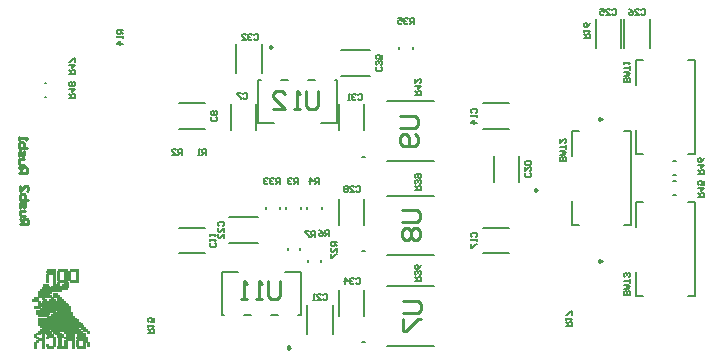
<source format=gbo>
G04*
G04 #@! TF.GenerationSoftware,Altium Limited,Altium Designer,22.2.1 (43)*
G04*
G04 Layer_Color=32896*
%FSLAX25Y25*%
%MOIN*%
G70*
G04*
G04 #@! TF.SameCoordinates,0E938A99-CEBE-4E5B-98FA-E82972142B6D*
G04*
G04*
G04 #@! TF.FilePolarity,Positive*
G04*
G01*
G75*
%ADD10C,0.00984*%
%ADD12C,0.00787*%
%ADD14C,0.00500*%
%ADD15C,0.01000*%
%ADD114C,0.00100*%
D10*
X98032Y102756D02*
X97293Y103182D01*
Y102330D01*
X98032Y102756D01*
X186516Y55118D02*
X185778Y55544D01*
Y54692D01*
X186516Y55118D01*
X104134Y2559D02*
X103396Y2985D01*
Y2133D01*
X104134Y2559D01*
X207972Y31496D02*
X207234Y31922D01*
Y31070D01*
X207972Y31496D01*
Y78740D02*
X207234Y79166D01*
Y78314D01*
X207972Y78740D01*
D12*
X128937Y66142D02*
X128150D01*
X128937D01*
Y34646D02*
X128150D01*
X128937D01*
Y4390D02*
X128150D01*
X128937D01*
X22441Y86221D02*
X22835D01*
X22441Y90945D02*
X22835D01*
X171949Y57874D02*
Y66535D01*
X180444Y57895D02*
Y66556D01*
X95965Y48819D02*
Y49606D01*
X100886Y48819D02*
Y49606D01*
X114665Y48819D02*
Y49606D01*
X109744Y48819D02*
Y49606D01*
X140256Y101969D02*
Y102756D01*
X145177Y101969D02*
Y102756D01*
X121145Y93110D02*
X130823D01*
X121145Y101772D02*
X130823D01*
X94882Y94177D02*
Y103855D01*
X86221Y94177D02*
Y103855D01*
X93504Y91929D02*
X94291D01*
X100984D02*
X103347D01*
X110039D02*
X112402D01*
X119095D02*
X119882D01*
Y77362D02*
Y91929D01*
X93504Y77362D02*
X98819D01*
X114567D02*
X119882D01*
X93504D02*
Y91929D01*
X120374Y75000D02*
Y83661D01*
X128839Y75000D02*
Y83661D01*
X120374Y13189D02*
Y21850D01*
X128839Y13189D02*
Y21850D01*
X110138Y31102D02*
Y31890D01*
X114272Y31102D02*
Y31890D01*
X103248Y35039D02*
Y35827D01*
X107382Y35039D02*
Y35827D01*
X231890Y57972D02*
X232677D01*
X231890Y53445D02*
X232677D01*
X231890Y60138D02*
X232677D01*
X231890Y64665D02*
X232677D01*
X215354Y43406D02*
X217717D01*
X215354Y74705D02*
X217717D01*
X198031D02*
X200394D01*
X198031Y66535D02*
Y74705D01*
Y43504D02*
Y51575D01*
Y43406D02*
X200394D01*
X217717D02*
Y74705D01*
X120374Y43504D02*
Y52165D01*
X128839Y43504D02*
Y52165D01*
X83744Y46260D02*
X93422D01*
X83744Y37598D02*
X93422D01*
X109843Y7272D02*
Y16950D01*
X118504Y7272D02*
Y16950D01*
X102854Y48819D02*
Y49606D01*
X107776Y48819D02*
Y49606D01*
X206004Y102535D02*
Y112032D01*
X214469Y102535D02*
Y112032D01*
X215453Y102535D02*
Y112032D01*
X223917Y102535D02*
Y112032D01*
X168307Y42618D02*
X176969D01*
X168307Y34154D02*
X176969D01*
X67224Y42618D02*
X75886D01*
X67224Y34154D02*
X75886D01*
X168307Y83957D02*
X176969D01*
X168307Y75492D02*
X176969D01*
X106890Y13386D02*
X107677D01*
X97835D02*
X100197D01*
X88779D02*
X91142D01*
X81299D02*
X82087D01*
X81299D02*
Y27953D01*
X102362D02*
X107677D01*
X81299D02*
X86614D01*
X107677Y13386D02*
Y27953D01*
X67224Y75492D02*
X75886D01*
X67224Y83957D02*
X75886D01*
X239173Y19783D02*
Y51083D01*
X219488Y19783D02*
X221850D01*
X219488Y19882D02*
Y27953D01*
Y42913D02*
Y51083D01*
X221850D01*
X236811D02*
X239173D01*
X236811Y19783D02*
X239173D01*
Y67028D02*
Y98327D01*
X219488Y67028D02*
X221850D01*
X219488Y67126D02*
Y75197D01*
Y90158D02*
Y98327D01*
X221850D01*
X236811D02*
X239173D01*
X236811Y67028D02*
X239173D01*
X92845Y75021D02*
Y83682D01*
X84350Y75000D02*
Y83661D01*
D14*
X136535Y64882D02*
X152047D01*
X136535Y84724D02*
X152047D01*
X136535Y53228D02*
X152047D01*
X136535Y33386D02*
X152047D01*
X136535Y22972D02*
X152047D01*
X136535Y3130D02*
X152047D01*
X92081Y106769D02*
X92414Y107102D01*
X93081D01*
X93414Y106769D01*
Y105436D01*
X93081Y105103D01*
X92414D01*
X92081Y105436D01*
X91414Y106769D02*
X91081Y107102D01*
X90415D01*
X90082Y106769D01*
Y106436D01*
X90415Y106102D01*
X90748D01*
X90415D01*
X90082Y105769D01*
Y105436D01*
X90415Y105103D01*
X91081D01*
X91414Y105436D01*
X88082Y105103D02*
X89415D01*
X88082Y106436D01*
Y106769D01*
X88415Y107102D01*
X89082D01*
X89415Y106769D01*
X30496Y93791D02*
X32496D01*
Y94791D01*
X32162Y95124D01*
X31496D01*
X31163Y94791D01*
Y93791D01*
Y94457D02*
X30496Y95124D01*
Y96790D02*
X32496D01*
X31496Y95790D01*
Y97123D01*
X32496Y97790D02*
Y99123D01*
X32162D01*
X30830Y97790D01*
X30496D01*
X30496Y85917D02*
X32496D01*
Y86917D01*
X32162Y87250D01*
X31496D01*
X31163Y86917D01*
Y85917D01*
Y86583D02*
X30496Y87250D01*
Y88916D02*
X32496D01*
X31496Y87916D01*
Y89249D01*
X32162Y89916D02*
X32496Y90249D01*
Y90915D01*
X32162Y91249D01*
X31829D01*
X31496Y90915D01*
X31163Y91249D01*
X30830D01*
X30496Y90915D01*
Y90249D01*
X30830Y89916D01*
X31163D01*
X31496Y90249D01*
X31829Y89916D01*
X32162D01*
X31496Y90249D02*
Y90915D01*
X119897Y37705D02*
X117898D01*
Y36705D01*
X118231Y36372D01*
X118898D01*
X119231Y36705D01*
Y37705D01*
Y37039D02*
X119897Y36372D01*
Y34373D02*
Y35706D01*
X118564Y34373D01*
X118231D01*
X117898Y34706D01*
Y35373D01*
X118231Y35706D01*
X117898Y33707D02*
Y32374D01*
X118231D01*
X119564Y33707D01*
X119897D01*
X183934Y60872D02*
X184267Y60539D01*
Y59872D01*
X183934Y59539D01*
X182601D01*
X182268Y59872D01*
Y60539D01*
X182601Y60872D01*
X182268Y62871D02*
Y61538D01*
X183601Y62871D01*
X183934D01*
X184267Y62538D01*
Y61871D01*
X183934Y61538D01*
Y63538D02*
X184267Y63871D01*
Y64537D01*
X183934Y64871D01*
X182601D01*
X182268Y64537D01*
Y63871D01*
X182601Y63538D01*
X183934D01*
X100894Y57071D02*
Y59071D01*
X99894D01*
X99561Y58737D01*
Y58071D01*
X99894Y57738D01*
X100894D01*
X100228D02*
X99561Y57071D01*
X98895Y58737D02*
X98562Y59071D01*
X97895D01*
X97562Y58737D01*
Y58404D01*
X97895Y58071D01*
X98228D01*
X97895D01*
X97562Y57738D01*
Y57404D01*
X97895Y57071D01*
X98562D01*
X98895Y57404D01*
X96895Y58737D02*
X96562Y59071D01*
X95896D01*
X95562Y58737D01*
Y58404D01*
X95896Y58071D01*
X96229D01*
X95896D01*
X95562Y57738D01*
Y57404D01*
X95896Y57071D01*
X96562D01*
X96895Y57404D01*
X113871Y57071D02*
Y59071D01*
X112871D01*
X112538Y58737D01*
Y58071D01*
X112871Y57738D01*
X113871D01*
X113204D02*
X112538Y57071D01*
X110872D02*
Y59071D01*
X111872Y58071D01*
X110539D01*
X145382Y110418D02*
Y112417D01*
X144383D01*
X144049Y112084D01*
Y111417D01*
X144383Y111084D01*
X145382D01*
X144716D02*
X144049Y110418D01*
X143383Y112084D02*
X143050Y112417D01*
X142383D01*
X142050Y112084D01*
Y111750D01*
X142383Y111417D01*
X142717D01*
X142383D01*
X142050Y111084D01*
Y110751D01*
X142383Y110418D01*
X143050D01*
X143383Y110751D01*
X140051Y112417D02*
X141384D01*
Y111417D01*
X140717Y111750D01*
X140384D01*
X140051Y111417D01*
Y110751D01*
X140384Y110418D01*
X141050D01*
X141384Y110751D01*
X134525Y96108D02*
X134858Y95775D01*
Y95108D01*
X134525Y94775D01*
X133192D01*
X132859Y95108D01*
Y95775D01*
X133192Y96108D01*
X134525Y96775D02*
X134858Y97108D01*
Y97774D01*
X134525Y98107D01*
X134192D01*
X133858Y97774D01*
Y97441D01*
Y97774D01*
X133525Y98107D01*
X133192D01*
X132859Y97774D01*
Y97108D01*
X133192Y96775D01*
X134858Y100107D02*
Y98774D01*
X133858D01*
X134192Y99440D01*
Y99774D01*
X133858Y100107D01*
X133192D01*
X132859Y99774D01*
Y99107D01*
X133192Y98774D01*
X126787Y86887D02*
X127120Y87220D01*
X127787D01*
X128120Y86887D01*
Y85554D01*
X127787Y85221D01*
X127120D01*
X126787Y85554D01*
X126121Y86887D02*
X125787Y87220D01*
X125121D01*
X124788Y86887D01*
Y86554D01*
X125121Y86221D01*
X125454D01*
X125121D01*
X124788Y85887D01*
Y85554D01*
X125121Y85221D01*
X125787D01*
X126121Y85554D01*
X124121Y85221D02*
X123455D01*
X123788D01*
Y87220D01*
X124121Y86887D01*
X125939Y25470D02*
X126272Y25803D01*
X126939D01*
X127272Y25470D01*
Y24137D01*
X126939Y23803D01*
X126272D01*
X125939Y24137D01*
X125273Y25470D02*
X124940Y25803D01*
X124273D01*
X123940Y25470D01*
Y25136D01*
X124273Y24803D01*
X124606D01*
X124273D01*
X123940Y24470D01*
Y24137D01*
X124273Y23803D01*
X124940D01*
X125273Y24137D01*
X122274Y23803D02*
Y25803D01*
X123273Y24803D01*
X121941D01*
X145654Y86704D02*
X147653D01*
Y87704D01*
X147320Y88037D01*
X146653D01*
X146320Y87704D01*
Y86704D01*
Y87371D02*
X145654Y88037D01*
Y89703D02*
X147653D01*
X146653Y88704D01*
Y90036D01*
X145654Y92036D02*
Y90703D01*
X146987Y92036D01*
X147320D01*
X147653Y91703D01*
Y91036D01*
X147320Y90703D01*
X145851Y55208D02*
X147850D01*
Y56208D01*
X147517Y56541D01*
X146850D01*
X146517Y56208D01*
Y55208D01*
Y55875D02*
X145851Y56541D01*
X147517Y57208D02*
X147850Y57541D01*
Y58207D01*
X147517Y58540D01*
X147184D01*
X146850Y58207D01*
Y57874D01*
Y58207D01*
X146517Y58540D01*
X146184D01*
X145851Y58207D01*
Y57541D01*
X146184Y57208D01*
Y59207D02*
X145851Y59540D01*
Y60207D01*
X146184Y60540D01*
X147517D01*
X147850Y60207D01*
Y59540D01*
X147517Y59207D01*
X147184D01*
X146850Y59540D01*
Y60540D01*
X116922Y39650D02*
Y41649D01*
X115922D01*
X115589Y41316D01*
Y40650D01*
X115922Y40316D01*
X116922D01*
X116256D02*
X115589Y39650D01*
X113590Y41649D02*
X114256Y41316D01*
X114923Y40650D01*
Y39983D01*
X114590Y39650D01*
X113923D01*
X113590Y39983D01*
Y40316D01*
X113923Y40650D01*
X114923D01*
X112296Y39551D02*
Y41551D01*
X111296D01*
X110963Y41218D01*
Y40551D01*
X111296Y40218D01*
X112296D01*
X111630D02*
X110963Y39551D01*
X110297Y41551D02*
X108964D01*
Y41218D01*
X110297Y39885D01*
Y39551D01*
X240142Y52846D02*
X242141D01*
Y53846D01*
X241808Y54179D01*
X241142D01*
X240809Y53846D01*
Y52846D01*
Y53513D02*
X240142Y54179D01*
Y55845D02*
X242141D01*
X241142Y54845D01*
Y56178D01*
X242141Y58178D02*
Y56845D01*
X241142D01*
X241475Y57511D01*
Y57844D01*
X241142Y58178D01*
X240475D01*
X240142Y57844D01*
Y57178D01*
X240475Y56845D01*
X240142Y60326D02*
X242141D01*
Y61326D01*
X241808Y61659D01*
X241142D01*
X240809Y61326D01*
Y60326D01*
Y60993D02*
X240142Y61659D01*
Y63325D02*
X242141D01*
X241142Y62326D01*
Y63659D01*
X242141Y65658D02*
X241808Y64991D01*
X241142Y64325D01*
X240475D01*
X240142Y64658D01*
Y65325D01*
X240475Y65658D01*
X240809D01*
X241142Y65325D01*
Y64325D01*
X145851Y24893D02*
X147850D01*
Y25893D01*
X147517Y26226D01*
X146850D01*
X146517Y25893D01*
Y24893D01*
Y25560D02*
X145851Y26226D01*
X147517Y26893D02*
X147850Y27226D01*
Y27892D01*
X147517Y28225D01*
X147184D01*
X146850Y27892D01*
Y27559D01*
Y27892D01*
X146517Y28225D01*
X146184D01*
X145851Y27892D01*
Y27226D01*
X146184Y26893D01*
X147850Y30225D02*
X147517Y29558D01*
X146850Y28892D01*
X146184D01*
X145851Y29225D01*
Y29892D01*
X146184Y30225D01*
X146517D01*
X146850Y29892D01*
Y28892D01*
X126136Y55981D02*
X126469Y56315D01*
X127136D01*
X127469Y55981D01*
Y54649D01*
X127136Y54315D01*
X126469D01*
X126136Y54649D01*
X124137Y54315D02*
X125470D01*
X124137Y55648D01*
Y55981D01*
X124470Y56315D01*
X125136D01*
X125470Y55981D01*
X123470D02*
X123137Y56315D01*
X122471D01*
X122137Y55981D01*
Y55648D01*
X122471Y55315D01*
X122137Y54982D01*
Y54649D01*
X122471Y54315D01*
X123137D01*
X123470Y54649D01*
Y54982D01*
X123137Y55315D01*
X123470Y55648D01*
Y55981D01*
X123137Y55315D02*
X122471D01*
X217338Y20153D02*
X215339D01*
Y21153D01*
X215672Y21486D01*
X216005D01*
X216339Y21153D01*
Y20153D01*
Y21153D01*
X216672Y21486D01*
X217005D01*
X217338Y21153D01*
Y20153D01*
X215339Y22153D02*
X216672D01*
X217338Y22819D01*
X216672Y23486D01*
X215339D01*
X216339D01*
Y22153D01*
X217338Y24152D02*
Y25485D01*
Y24819D01*
X215339D01*
X217005Y26151D02*
X217338Y26485D01*
Y27151D01*
X217005Y27484D01*
X216672D01*
X216339Y27151D01*
Y26818D01*
Y27151D01*
X216005Y27484D01*
X215672D01*
X215339Y27151D01*
Y26485D01*
X215672Y26151D01*
X196078Y64642D02*
X194079D01*
Y65641D01*
X194412Y65974D01*
X194746D01*
X195079Y65641D01*
Y64642D01*
Y65641D01*
X195412Y65974D01*
X195745D01*
X196078Y65641D01*
Y64642D01*
X194079Y66641D02*
X195412D01*
X196078Y67307D01*
X195412Y67974D01*
X194079D01*
X195079D01*
Y66641D01*
X196078Y68640D02*
Y69973D01*
Y69307D01*
X194079D01*
Y71973D02*
Y70640D01*
X195412Y71973D01*
X195745D01*
X196078Y71639D01*
Y70973D01*
X195745Y70640D01*
X217338Y90959D02*
X215339D01*
Y91959D01*
X215672Y92292D01*
X216005D01*
X216339Y91959D01*
Y90959D01*
Y91959D01*
X216672Y92292D01*
X217005D01*
X217338Y91959D01*
Y90959D01*
X215339Y92958D02*
X216672D01*
X217338Y93625D01*
X216672Y94291D01*
X215339D01*
X216339D01*
Y92958D01*
X217338Y94958D02*
Y96291D01*
Y95624D01*
X215339D01*
Y96957D02*
Y97624D01*
Y97290D01*
X217338D01*
X217005Y96957D01*
X221215Y115036D02*
X221548Y115370D01*
X222215D01*
X222548Y115036D01*
Y113704D01*
X222215Y113370D01*
X221548D01*
X221215Y113704D01*
X219215Y113370D02*
X220548D01*
X219215Y114703D01*
Y115036D01*
X219549Y115370D01*
X220215D01*
X220548Y115036D01*
X217216Y115370D02*
X217882Y115036D01*
X218549Y114370D01*
Y113704D01*
X218216Y113370D01*
X217549D01*
X217216Y113704D01*
Y114037D01*
X217549Y114370D01*
X218549D01*
X211569Y115036D02*
X211902Y115370D01*
X212569D01*
X212902Y115036D01*
Y113704D01*
X212569Y113370D01*
X211902D01*
X211569Y113704D01*
X209570Y113370D02*
X210903D01*
X209570Y114703D01*
Y115036D01*
X209903Y115370D01*
X210569D01*
X210903Y115036D01*
X207570Y115370D02*
X208903D01*
Y114370D01*
X208237Y114703D01*
X207904D01*
X207570Y114370D01*
Y113704D01*
X207904Y113370D01*
X208570D01*
X208903Y113704D01*
X80436Y43262D02*
X80103Y43595D01*
Y44262D01*
X80436Y44595D01*
X81769D01*
X82102Y44262D01*
Y43595D01*
X81769Y43262D01*
X82102Y41263D02*
Y42596D01*
X80769Y41263D01*
X80436D01*
X80103Y41596D01*
Y42262D01*
X80436Y42596D01*
X82102Y39263D02*
Y40596D01*
X80769Y39263D01*
X80436D01*
X80103Y39597D01*
Y40263D01*
X80436Y40596D01*
X115173Y20258D02*
X115506Y20591D01*
X116173D01*
X116506Y20258D01*
Y18925D01*
X116173Y18592D01*
X115506D01*
X115173Y18925D01*
X113174Y18592D02*
X114506D01*
X113174Y19925D01*
Y20258D01*
X113507Y20591D01*
X114173D01*
X114506Y20258D01*
X112507Y18592D02*
X111841D01*
X112174D01*
Y20591D01*
X112507Y20258D01*
X196048Y9706D02*
X198047D01*
Y10705D01*
X197714Y11038D01*
X197047D01*
X196714Y10705D01*
Y9706D01*
Y10372D02*
X196048Y11038D01*
Y11705D02*
Y12371D01*
Y12038D01*
X198047D01*
X197714Y11705D01*
X198047Y13371D02*
Y14704D01*
X197714D01*
X196381Y13371D01*
X196048D01*
X201953Y105769D02*
X203952D01*
Y106768D01*
X203619Y107101D01*
X202953D01*
X202620Y106768D01*
Y105769D01*
Y106435D02*
X201953Y107101D01*
Y107768D02*
Y108434D01*
Y108101D01*
X203952D01*
X203619Y107768D01*
X203952Y110767D02*
X203619Y110100D01*
X202953Y109434D01*
X202286D01*
X201953Y109767D01*
Y110434D01*
X202286Y110767D01*
X202620D01*
X202953Y110434D01*
Y109434D01*
X56678Y7343D02*
X58677D01*
Y8343D01*
X58344Y8676D01*
X57677D01*
X57344Y8343D01*
Y7343D01*
Y8010D02*
X56678Y8676D01*
Y9343D02*
Y10009D01*
Y9676D01*
X58677D01*
X58344Y9343D01*
X58677Y12342D02*
Y11009D01*
X57677D01*
X58010Y11675D01*
Y12009D01*
X57677Y12342D01*
X57011D01*
X56678Y12009D01*
Y11342D01*
X57011Y11009D01*
X48441Y108602D02*
X46441D01*
Y107602D01*
X46775Y107269D01*
X47441D01*
X47774Y107602D01*
Y108602D01*
Y107935D02*
X48441Y107269D01*
Y106602D02*
Y105936D01*
Y106269D01*
X46441D01*
X46775Y106602D01*
X48441Y103936D02*
X46441D01*
X47441Y104936D01*
Y103603D01*
X164885Y39552D02*
X164551Y39885D01*
Y40552D01*
X164885Y40885D01*
X166218D01*
X166551Y40552D01*
Y39885D01*
X166218Y39552D01*
X166551Y38886D02*
Y38219D01*
Y38552D01*
X164551D01*
X164885Y38886D01*
X164551Y37220D02*
Y35887D01*
X164885D01*
X166218Y37220D01*
X166551D01*
X164885Y80891D02*
X164551Y81224D01*
Y81890D01*
X164885Y82224D01*
X166218D01*
X166551Y81890D01*
Y81224D01*
X166218Y80891D01*
X166551Y80224D02*
Y79558D01*
Y79891D01*
X164551D01*
X164885Y80224D01*
X166551Y77558D02*
X164551D01*
X165551Y78558D01*
Y77225D01*
X78914Y37553D02*
X79248Y37220D01*
Y36553D01*
X78914Y36220D01*
X77582D01*
X77248Y36553D01*
Y37220D01*
X77582Y37553D01*
X77248Y38219D02*
Y38886D01*
Y38552D01*
X79248D01*
X78914Y38219D01*
X77248Y39885D02*
Y40552D01*
Y40219D01*
X79248D01*
X78914Y39885D01*
X79505Y79312D02*
X79838Y78979D01*
Y78313D01*
X79505Y77980D01*
X78172D01*
X77839Y78313D01*
Y78979D01*
X78172Y79312D01*
X79505Y79979D02*
X79838Y80312D01*
Y80979D01*
X79505Y81312D01*
X79172D01*
X78839Y80979D01*
X78505Y81312D01*
X78172D01*
X77839Y80979D01*
Y80312D01*
X78172Y79979D01*
X78505D01*
X78839Y80312D01*
X79172Y79979D01*
X79505D01*
X78839Y80312D02*
Y80979D01*
X106784Y57071D02*
Y59071D01*
X105784D01*
X105451Y58737D01*
Y58071D01*
X105784Y57738D01*
X106784D01*
X106118D02*
X105451Y57071D01*
X104785Y58737D02*
X104452Y59071D01*
X103785D01*
X103452Y58737D01*
Y58404D01*
X103785Y58071D01*
X104118D01*
X103785D01*
X103452Y57738D01*
Y57404D01*
X103785Y57071D01*
X104452D01*
X104785Y57404D01*
X68202Y66717D02*
Y68716D01*
X67202D01*
X66869Y68383D01*
Y67716D01*
X67202Y67383D01*
X68202D01*
X67535D02*
X66869Y66717D01*
X64869D02*
X66202D01*
X64869Y68050D01*
Y68383D01*
X65202Y68716D01*
X65869D01*
X66202Y68383D01*
X76136Y66914D02*
Y68913D01*
X75136D01*
X74803Y68580D01*
Y67913D01*
X75136Y67580D01*
X76136D01*
X75470D02*
X74803Y66914D01*
X74137D02*
X73470D01*
X73804D01*
Y68913D01*
X74137Y68580D01*
X88522Y87281D02*
X88855Y87614D01*
X89522D01*
X89855Y87281D01*
Y85948D01*
X89522Y85615D01*
X88855D01*
X88522Y85948D01*
X87856Y87614D02*
X86523D01*
Y87281D01*
X87856Y85948D01*
Y85615D01*
D15*
X113403Y88038D02*
Y83040D01*
X112403Y82040D01*
X110404D01*
X109404Y83040D01*
Y88038D01*
X107405Y82040D02*
X105406D01*
X106405D01*
Y88038D01*
X107405Y87039D01*
X98408Y82040D02*
X102407D01*
X98408Y86039D01*
Y87039D01*
X99408Y88038D01*
X101407D01*
X102407Y87039D01*
X100789Y24849D02*
Y19851D01*
X99790Y18851D01*
X97790D01*
X96790Y19851D01*
Y24849D01*
X94791Y18851D02*
X92792D01*
X93792D01*
Y24849D01*
X94791Y23850D01*
X89793Y18851D02*
X87793D01*
X88793D01*
Y24849D01*
X89793Y23850D01*
X140899Y79801D02*
X145897D01*
X146897Y78802D01*
Y76802D01*
X145897Y75803D01*
X140899D01*
X145897Y73804D02*
X146897Y72804D01*
Y70804D01*
X145897Y69805D01*
X141898D01*
X140899Y70804D01*
Y72804D01*
X141898Y73804D01*
X142898D01*
X143898Y72804D01*
Y69805D01*
X141292Y48305D02*
X146291D01*
X147290Y47306D01*
Y45306D01*
X146291Y44307D01*
X141292D01*
X142292Y42307D02*
X141292Y41308D01*
Y39308D01*
X142292Y38309D01*
X143292D01*
X144291Y39308D01*
X145291Y38309D01*
X146291D01*
X147290Y39308D01*
Y41308D01*
X146291Y42307D01*
X145291D01*
X144291Y41308D01*
X143292Y42307D01*
X142292D01*
X144291Y41308D02*
Y39308D01*
X141824Y18109D02*
X146822D01*
X147822Y17109D01*
Y15110D01*
X146822Y14110D01*
X141824D01*
Y12111D02*
Y8112D01*
X142824D01*
X146822Y12111D01*
X147822D01*
X14036Y43670D02*
X16791D01*
Y45048D01*
X16332Y45507D01*
X15413D01*
X14954Y45048D01*
Y43670D01*
Y44588D02*
X14036Y45507D01*
X15873Y46425D02*
X14495D01*
X14036Y46884D01*
Y48262D01*
X15873D01*
X14036Y49180D02*
Y50558D01*
X14495Y51017D01*
X14954Y50558D01*
Y49639D01*
X15413Y49180D01*
X15873Y49639D01*
Y51017D01*
X16791Y51935D02*
X14036D01*
Y53313D01*
X14495Y53772D01*
X14954D01*
X15413D01*
X15873Y53313D01*
Y51935D01*
X14036Y56527D02*
Y54690D01*
X15873Y56527D01*
X16332D01*
X16791Y56068D01*
Y55149D01*
X16332Y54690D01*
X13642Y60861D02*
X16397D01*
Y62239D01*
X15938Y62698D01*
X15020D01*
X14560Y62239D01*
Y60861D01*
Y61780D02*
X13642Y62698D01*
X15479Y63617D02*
X14101D01*
X13642Y64076D01*
Y65453D01*
X15479D01*
X13642Y66372D02*
Y67749D01*
X14101Y68208D01*
X14560Y67749D01*
Y66831D01*
X15020Y66372D01*
X15479Y66831D01*
Y68208D01*
X16397Y69126D02*
X13642D01*
Y70504D01*
X14101Y70963D01*
X14560D01*
X15020D01*
X15479Y70504D01*
Y69126D01*
X13642Y71882D02*
Y72800D01*
Y72341D01*
X16397D01*
X15938Y71882D01*
D114*
X30691Y28886D02*
X33291D01*
X26891D02*
X29591D01*
X23190D02*
X25791D01*
X30691Y28786D02*
X33291D01*
X26891D02*
X29591D01*
X23190D02*
X25791D01*
X30691Y28686D02*
X33291D01*
X26891D02*
X29591D01*
X23190D02*
X25791D01*
X30691Y28586D02*
X33291D01*
X26891D02*
X29591D01*
X23190D02*
X25791D01*
X30691Y28486D02*
X33291D01*
X26891D02*
X29591D01*
X23190D02*
X25791D01*
X30691Y28386D02*
X33291D01*
X26891D02*
X29591D01*
X23190D02*
X25791D01*
X30091Y28286D02*
X33291D01*
X26291D02*
X29591D01*
X22591D02*
X25791D01*
X32591Y28186D02*
X33291D01*
X30091D02*
X30791D01*
X28791D02*
X29591D01*
X26291D02*
X27091D01*
X25091D02*
X25791D01*
X22591D02*
X23291D01*
X32591Y28086D02*
X33291D01*
X30091D02*
X30791D01*
X28791D02*
X29591D01*
X26291D02*
X27091D01*
X25091D02*
X25791D01*
X22591D02*
X23291D01*
X32591Y27986D02*
X33291D01*
X30091D02*
X30791D01*
X28791D02*
X29591D01*
X26291D02*
X27091D01*
X25091D02*
X25791D01*
X22591D02*
X23291D01*
X32591Y27886D02*
X33291D01*
X30091D02*
X30791D01*
X28791D02*
X29591D01*
X26291D02*
X27091D01*
X25091D02*
X25791D01*
X22591D02*
X23291D01*
X32591Y27786D02*
X33291D01*
X30091D02*
X30791D01*
X28791D02*
X29591D01*
X26291D02*
X27091D01*
X25091D02*
X25791D01*
X22591D02*
X23291D01*
X32591Y27686D02*
X33291D01*
X30091D02*
X30791D01*
X28791D02*
X29591D01*
X26291D02*
X27091D01*
X22591D02*
X25791D01*
X32591Y27586D02*
X33291D01*
X30091D02*
X30791D01*
X28791D02*
X29591D01*
X26291D02*
X27091D01*
X23190D02*
X25791D01*
X32591Y27486D02*
X33291D01*
X30091D02*
X30791D01*
X28791D02*
X29591D01*
X26291D02*
X27091D01*
X23190D02*
X25791D01*
X32591Y27386D02*
X33291D01*
X30091D02*
X30791D01*
X28791D02*
X29591D01*
X26291D02*
X27091D01*
X23190D02*
X25791D01*
X32591Y27286D02*
X33291D01*
X30091D02*
X30791D01*
X28791D02*
X29591D01*
X26291D02*
X27091D01*
X23190D02*
X25791D01*
X32591Y27186D02*
X33291D01*
X30091D02*
X30791D01*
X28791D02*
X29591D01*
X26291D02*
X27091D01*
X23190D02*
X25791D01*
X32591Y27086D02*
X33291D01*
X30091D02*
X30791D01*
X28791D02*
X29591D01*
X26291D02*
X27091D01*
X23190D02*
X25791D01*
X32591Y26986D02*
X33291D01*
X30091D02*
X30791D01*
X28791D02*
X29591D01*
X26291D02*
X27091D01*
X22591D02*
X25791D01*
X32591Y26886D02*
X33291D01*
X30091D02*
X30791D01*
X28791D02*
X29591D01*
X26291D02*
X27091D01*
X25091D02*
X25791D01*
X22591D02*
X23291D01*
X32591Y26786D02*
X33291D01*
X30091D02*
X30791D01*
X28791D02*
X29591D01*
X26291D02*
X27091D01*
X25091D02*
X25791D01*
X22591D02*
X23291D01*
X32591Y26686D02*
X33291D01*
X30091D02*
X30791D01*
X28791D02*
X29591D01*
X26291D02*
X27091D01*
X25091D02*
X25791D01*
X22591D02*
X23291D01*
X32591Y26586D02*
X33291D01*
X30091D02*
X30791D01*
X28791D02*
X29591D01*
X26291D02*
X27091D01*
X25091D02*
X25791D01*
X22591D02*
X23291D01*
X32591Y26486D02*
X33291D01*
X30091D02*
X30791D01*
X28791D02*
X29591D01*
X26291D02*
X27091D01*
X25091D02*
X25791D01*
X22591D02*
X23291D01*
X32591Y26386D02*
X33291D01*
X30091D02*
X30791D01*
X28791D02*
X29591D01*
X26291D02*
X27091D01*
X25091D02*
X25791D01*
X22591D02*
X23291D01*
X32591Y26286D02*
X33291D01*
X30091D02*
X30791D01*
X28791D02*
X29591D01*
X26291D02*
X27091D01*
X25091D02*
X25791D01*
X22591D02*
X23291D01*
X32591Y26186D02*
X33291D01*
X30091D02*
X30791D01*
X28791D02*
X29591D01*
X26291D02*
X27091D01*
X25091D02*
X25791D01*
X22591D02*
X23291D01*
X32591Y26086D02*
X33291D01*
X30091D02*
X30791D01*
X28791D02*
X29591D01*
X26291D02*
X27091D01*
X25091D02*
X25791D01*
X22591D02*
X23291D01*
X32591Y25986D02*
X33291D01*
X30091D02*
X30791D01*
X28791D02*
X29591D01*
X26291D02*
X27091D01*
X25091D02*
X25791D01*
X22591D02*
X23291D01*
X32591Y25886D02*
X33291D01*
X30091D02*
X30791D01*
X28791D02*
X29591D01*
X26291D02*
X27091D01*
X25091D02*
X25791D01*
X22591D02*
X23291D01*
X32591Y25786D02*
X33291D01*
X30091D02*
X30791D01*
X28791D02*
X29591D01*
X26291D02*
X27091D01*
X25091D02*
X25791D01*
X22591D02*
X23291D01*
X32591Y25686D02*
X33291D01*
X30091D02*
X30791D01*
X28791D02*
X29591D01*
X26291D02*
X27091D01*
X25091D02*
X25791D01*
X22591D02*
X23291D01*
X32591Y25586D02*
X33291D01*
X30091D02*
X30791D01*
X28791D02*
X29591D01*
X26291D02*
X27091D01*
X25091D02*
X25791D01*
X22591D02*
X23291D01*
X32591Y25486D02*
X33291D01*
X30091D02*
X30791D01*
X28791D02*
X29591D01*
X26291D02*
X27091D01*
X25091D02*
X25791D01*
X22591D02*
X23291D01*
X32591Y25386D02*
X33291D01*
X30091D02*
X30791D01*
X28791D02*
X29591D01*
X26291D02*
X27091D01*
X25091D02*
X25791D01*
X22591D02*
X23291D01*
X32591Y25286D02*
X33291D01*
X30091D02*
X30791D01*
X28791D02*
X29591D01*
X26291D02*
X27091D01*
X25091D02*
X25791D01*
X22591D02*
X23291D01*
X30091Y25186D02*
X33291D01*
X26291D02*
X29591D01*
X25091D02*
X25791D01*
X22591D02*
X23291D01*
X30691Y25086D02*
X33291D01*
X26891D02*
X29591D01*
X25091D02*
X25791D01*
X22591D02*
X23291D01*
X30691Y24986D02*
X33291D01*
X26891D02*
X29591D01*
X25091D02*
X25791D01*
X22591D02*
X23291D01*
X30691Y24886D02*
X33291D01*
X26891D02*
X29591D01*
X25091D02*
X25791D01*
X22591D02*
X23291D01*
X30691Y24786D02*
X33291D01*
X26891D02*
X29591D01*
X25091D02*
X25791D01*
X22591D02*
X23291D01*
X30691Y24686D02*
X33291D01*
X26891D02*
X29591D01*
X25091D02*
X25791D01*
X22591D02*
X23291D01*
X30691Y24586D02*
X33291D01*
X26891D02*
X29591D01*
X25091D02*
X25791D01*
X22591D02*
X23291D01*
X30691Y24486D02*
X33291D01*
X26291D02*
X30191D01*
X25091D02*
X25791D01*
X22591D02*
X23291D01*
X28791Y24386D02*
X30191D01*
X26291D02*
X27091D01*
X25091D02*
X25791D01*
X28791Y24286D02*
X30191D01*
X26291D02*
X27091D01*
X25091D02*
X25791D01*
X28791Y24186D02*
X30191D01*
X26291D02*
X27091D01*
X25091D02*
X25791D01*
X28791Y24086D02*
X30191D01*
X26291D02*
X27091D01*
X25091D02*
X25791D01*
X28791Y23986D02*
X30191D01*
X26291D02*
X27091D01*
X25091D02*
X25791D01*
X28191Y23886D02*
X30191D01*
X25091D02*
X27091D01*
X21891D02*
X23291D01*
X28191Y23786D02*
X30191D01*
X25091D02*
X27091D01*
X21891D02*
X23291D01*
X28191Y23686D02*
X30191D01*
X25091D02*
X27091D01*
X21891D02*
X23291D01*
X28191Y23586D02*
X30191D01*
X25091D02*
X27091D01*
X21891D02*
X23291D01*
X28191Y23486D02*
X30191D01*
X25091D02*
X27091D01*
X21891D02*
X23291D01*
X28191Y23386D02*
X30191D01*
X25091D02*
X27091D01*
X21891D02*
X23291D01*
X24390Y23286D02*
X30191D01*
X21891D02*
X23890D01*
X24390Y23186D02*
X30191D01*
X21891D02*
X23890D01*
X24390Y23086D02*
X30191D01*
X21891D02*
X23890D01*
X24390Y22986D02*
X30191D01*
X21891D02*
X23890D01*
X24390Y22886D02*
X30191D01*
X21891D02*
X23890D01*
X24390Y22786D02*
X30191D01*
X21891D02*
X23890D01*
X21291Y22686D02*
X30191D01*
X21291Y22586D02*
X29591D01*
X21291Y22486D02*
X29591D01*
X21291Y22386D02*
X29591D01*
X21291Y22286D02*
X29591D01*
X21291Y22186D02*
X29591D01*
X21291Y22086D02*
X29591D01*
X20691Y21986D02*
X29591D01*
X20691Y21886D02*
X27691D01*
X20691Y21786D02*
X27691D01*
X20691Y21686D02*
X27691D01*
X20691Y21586D02*
X27691D01*
X20691Y21486D02*
X27691D01*
X20090Y21386D02*
X27691D01*
X20090Y21286D02*
X24490D01*
X20090Y21186D02*
X24490D01*
X20090Y21086D02*
X24490D01*
X20090Y20986D02*
X24490D01*
X20090Y20886D02*
X24490D01*
X25091Y20786D02*
X26391D01*
X20090D02*
X24490D01*
X25091Y20686D02*
X26391D01*
X20090D02*
X24490D01*
X25091Y20586D02*
X26491D01*
X20090D02*
X23890D01*
X25091Y20486D02*
X26491D01*
X20090D02*
X23890D01*
X25091Y20386D02*
X26491D01*
X20090D02*
X23890D01*
X25091Y20286D02*
X26491D01*
X20090D02*
X23890D01*
X25091Y20186D02*
X26491D01*
X20090D02*
X23890D01*
X25091Y20086D02*
X27091D01*
X20090D02*
X24490D01*
X25091Y19986D02*
X27091D01*
X20090D02*
X24490D01*
X25091Y19886D02*
X27091D01*
X20090D02*
X24490D01*
X25091Y19786D02*
X27091D01*
X20090D02*
X24490D01*
X25091Y19686D02*
X27091D01*
X20090D02*
X24490D01*
X25091Y19586D02*
X27091D01*
X20090D02*
X24490D01*
X18790Y19486D02*
X27691D01*
X26291Y19386D02*
X27691D01*
X24390D02*
X25190D01*
X21291D02*
X21991D01*
X18790D02*
X20190D01*
X26291Y19286D02*
X27691D01*
X24390D02*
X25190D01*
X21291D02*
X21991D01*
X18790D02*
X20190D01*
X26291Y19186D02*
X27691D01*
X24390D02*
X25190D01*
X21291D02*
X21991D01*
X18790D02*
X20190D01*
X26291Y19086D02*
X27691D01*
X24390D02*
X25190D01*
X21291D02*
X21991D01*
X18790D02*
X20190D01*
X26291Y18986D02*
X27691D01*
X24390D02*
X25190D01*
X21291D02*
X21991D01*
X18790D02*
X20190D01*
X26291Y18886D02*
X28291D01*
X23790D02*
X25791D01*
X21291D02*
X22691D01*
X18191D02*
X20190D01*
X26291Y18786D02*
X28291D01*
X23790D02*
X25791D01*
X21891D02*
X22691D01*
X18191D02*
X20190D01*
X26291Y18686D02*
X28291D01*
X23790D02*
X25791D01*
X21891D02*
X22691D01*
X18191D02*
X20190D01*
X26291Y18586D02*
X28291D01*
X23790D02*
X25791D01*
X21891D02*
X22691D01*
X18191D02*
X20190D01*
X26291Y18486D02*
X28291D01*
X23790D02*
X25791D01*
X21891D02*
X22691D01*
X18191D02*
X20190D01*
X26291Y18386D02*
X28291D01*
X23790D02*
X25791D01*
X21891D02*
X22691D01*
X18191D02*
X20190D01*
X21291Y18286D02*
X28891D01*
X18191D02*
X20790D01*
X21291Y18186D02*
X28991D01*
X18191D02*
X20790D01*
X26891Y18086D02*
X28991D01*
X21291D02*
X26491D01*
X20090D02*
X20790D01*
X26891Y17986D02*
X28991D01*
X21291D02*
X26491D01*
X20090D02*
X20790D01*
X26891Y17886D02*
X28991D01*
X21291D02*
X26491D01*
X20090D02*
X20790D01*
X26891Y17786D02*
X28991D01*
X21291D02*
X26491D01*
X20090D02*
X20790D01*
X26891Y17686D02*
X28991D01*
X21291D02*
X26491D01*
X20090D02*
X20790D01*
X20090Y17586D02*
X29591D01*
X21891Y17486D02*
X29591D01*
X20691D02*
X21391D01*
X21891Y17386D02*
X29591D01*
X20691D02*
X21391D01*
X21891Y17286D02*
X29591D01*
X20691D02*
X21391D01*
X21891Y17186D02*
X29591D01*
X20691D02*
X21391D01*
X21891Y17086D02*
X29591D01*
X20691D02*
X21391D01*
X21891Y16986D02*
X30191D01*
X20090D02*
X21391D01*
X21891Y16886D02*
X30191D01*
X20090D02*
X21391D01*
X21891Y16786D02*
X30191D01*
X20090D02*
X21391D01*
X21891Y16686D02*
X30191D01*
X20090D02*
X21391D01*
X21891Y16586D02*
X30191D01*
X20090D02*
X21391D01*
X21891Y16486D02*
X30191D01*
X20090D02*
X21391D01*
X18790Y16386D02*
X30791D01*
X21291Y16286D02*
X30791D01*
X18790D02*
X20790D01*
X21291Y16186D02*
X30791D01*
X18790D02*
X20790D01*
X21291Y16086D02*
X30791D01*
X18790D02*
X20790D01*
X21291Y15986D02*
X30791D01*
X18790D02*
X20790D01*
X21291Y15886D02*
X30791D01*
X18790D02*
X20790D01*
X18790Y15786D02*
X30791D01*
X18790Y15686D02*
X30791D01*
X26891Y15586D02*
X30791D01*
X20691D02*
X26491D01*
X26891Y15486D02*
X30791D01*
X20691D02*
X26491D01*
X26891Y15386D02*
X30791D01*
X20691D02*
X26491D01*
X26891Y15286D02*
X30791D01*
X20691D02*
X26491D01*
X26891Y15186D02*
X30791D01*
X20691D02*
X26491D01*
X19390Y15086D02*
X30791D01*
X26291Y14986D02*
X30791D01*
X19390D02*
X25791D01*
X26291Y14886D02*
X30791D01*
X19390D02*
X25791D01*
X26291Y14786D02*
X30791D01*
X19390D02*
X25791D01*
X26291Y14686D02*
X30791D01*
X19390D02*
X25791D01*
X26291Y14586D02*
X30791D01*
X19390D02*
X25791D01*
X19390Y14486D02*
X31491D01*
X25091Y14386D02*
X31491D01*
X19390D02*
X23890D01*
X25091Y14286D02*
X31491D01*
X19390D02*
X23890D01*
X25091Y14186D02*
X31491D01*
X19390D02*
X23890D01*
X25091Y14086D02*
X31491D01*
X19390D02*
X23890D01*
X25091Y13986D02*
X31491D01*
X19390D02*
X23890D01*
X24390Y13886D02*
X31491D01*
X19390D02*
X23890D01*
X24390Y13786D02*
X31491D01*
X20090D02*
X23291D01*
X24390Y13686D02*
X31491D01*
X20090D02*
X23291D01*
X24390Y13586D02*
X31491D01*
X20090D02*
X23291D01*
X24390Y13486D02*
X31491D01*
X20090D02*
X23291D01*
X24390Y13386D02*
X31491D01*
X20090D02*
X23291D01*
X24390Y13286D02*
X31491D01*
X20090D02*
X23291D01*
X20090Y13186D02*
X32091D01*
X23190Y13086D02*
X32091D01*
X23190Y12986D02*
X32091D01*
X23190Y12886D02*
X32091D01*
X23190Y12786D02*
X32091D01*
X23190Y12686D02*
X32091D01*
X20090Y12586D02*
X32691D01*
X20090Y12486D02*
X32691D01*
X20090Y12386D02*
X32691D01*
X20090Y12286D02*
X32691D01*
X20090Y12186D02*
X32691D01*
X20090Y12086D02*
X32691D01*
X20090Y11986D02*
X33291D01*
X20090Y11886D02*
X33291D01*
X20090Y11786D02*
X33291D01*
X20090Y11686D02*
X33291D01*
X20090Y11586D02*
X33291D01*
X20090Y11486D02*
X33291D01*
X20090Y11386D02*
X33291D01*
X20090Y11286D02*
X33991D01*
X20090Y11186D02*
X33991D01*
X20090Y11086D02*
X33991D01*
X20090Y10986D02*
X33991D01*
X20090Y10886D02*
X33991D01*
X20090Y10786D02*
X33991D01*
X20090Y10686D02*
X34591D01*
X20090Y10586D02*
X34591D01*
X20090Y10486D02*
X34591D01*
X20090Y10386D02*
X34591D01*
X20090Y10286D02*
X34591D01*
X20090Y10186D02*
X34591D01*
X20090Y10086D02*
X35191D01*
X20691Y9986D02*
X35191D01*
X20691Y9886D02*
X35191D01*
X20691Y9786D02*
X35191D01*
X20691Y9686D02*
X35191D01*
X20691Y9586D02*
X35191D01*
X20691Y9486D02*
X35791D01*
X34491Y9386D02*
X35791D01*
X23790D02*
X33291D01*
X21291D02*
X23291D01*
X34491Y9286D02*
X35791D01*
X23790D02*
X33291D01*
X21291D02*
X23291D01*
X34491Y9186D02*
X35791D01*
X23790D02*
X33291D01*
X21291D02*
X23291D01*
X34491Y9086D02*
X35791D01*
X23790D02*
X33291D01*
X21291D02*
X23291D01*
X34491Y8986D02*
X35791D01*
X23790D02*
X33291D01*
X21291D02*
X23291D01*
X34491Y8886D02*
X35791D01*
X23790D02*
X33291D01*
X21291D02*
X23291D01*
X34491Y8786D02*
X36491D01*
X20691D02*
X33991D01*
X35091Y8686D02*
X36491D01*
X28191D02*
X33991D01*
X24390D02*
X27691D01*
X20691D02*
X23890D01*
X35091Y8586D02*
X36491D01*
X28191D02*
X33991D01*
X24390D02*
X27691D01*
X20691D02*
X23890D01*
X35091Y8486D02*
X36491D01*
X28191D02*
X33991D01*
X24390D02*
X27691D01*
X20691D02*
X23890D01*
X35091Y8386D02*
X36491D01*
X28191D02*
X33991D01*
X24390D02*
X27691D01*
X20691D02*
X23890D01*
X35091Y8286D02*
X36491D01*
X28191D02*
X33991D01*
X24390D02*
X27691D01*
X20691D02*
X23890D01*
X35091Y8186D02*
X37091D01*
X28191D02*
X34591D01*
X20090D02*
X27691D01*
X36391Y8086D02*
X37091D01*
X28791D02*
X34591D01*
X25091D02*
X27091D01*
X23190D02*
X24490D01*
X20090D02*
X22691D01*
X36391Y7986D02*
X37091D01*
X28791D02*
X34591D01*
X25091D02*
X27091D01*
X23190D02*
X24490D01*
X20090D02*
X22691D01*
X36391Y7886D02*
X37091D01*
X28791D02*
X34591D01*
X25091D02*
X27091D01*
X23190D02*
X24490D01*
X20090D02*
X22691D01*
X36391Y7786D02*
X37091D01*
X28791D02*
X34591D01*
X25091D02*
X27091D01*
X23190D02*
X24490D01*
X20090D02*
X22691D01*
X36391Y7686D02*
X37091D01*
X28791D02*
X34591D01*
X25091D02*
X27091D01*
X23190D02*
X24490D01*
X20090D02*
X22691D01*
X36391Y7586D02*
X37091D01*
X28791D02*
X35791D01*
X25091D02*
X27691D01*
X19390D02*
X24490D01*
X33191Y7486D02*
X35791D01*
X29391D02*
X30191D01*
X25691D02*
X27691D01*
X23790D02*
X24490D01*
X22591D02*
X23291D01*
X19390D02*
X20790D01*
X33191Y7386D02*
X35791D01*
X29391D02*
X30191D01*
X25691D02*
X27691D01*
X23790D02*
X24490D01*
X22591D02*
X23291D01*
X19390D02*
X20790D01*
X33191Y7286D02*
X35791D01*
X29391D02*
X30191D01*
X25691D02*
X27691D01*
X23790D02*
X24490D01*
X22591D02*
X23291D01*
X19390D02*
X20790D01*
X33191Y7186D02*
X35791D01*
X29391D02*
X30191D01*
X25691D02*
X27691D01*
X23790D02*
X24490D01*
X22591D02*
X23291D01*
X19390D02*
X20790D01*
X33191Y7086D02*
X35791D01*
X29391D02*
X30191D01*
X25691D02*
X27691D01*
X23790D02*
X24490D01*
X22591D02*
X23291D01*
X19390D02*
X20790D01*
X33191Y6986D02*
X35791D01*
X29391D02*
X32091D01*
X25691D02*
X28291D01*
X22591D02*
X25190D01*
X21291D02*
X21991D01*
X18790D02*
X20790D01*
X33191Y6886D02*
X35791D01*
X29391D02*
X32091D01*
X26291D02*
X28291D01*
X23190D02*
X25190D01*
X21291D02*
X21991D01*
X18790D02*
X19490D01*
X33191Y6786D02*
X35791D01*
X29391D02*
X32091D01*
X26291D02*
X28291D01*
X23190D02*
X25190D01*
X21291D02*
X21991D01*
X18790D02*
X19490D01*
X33191Y6686D02*
X35791D01*
X29391D02*
X32091D01*
X26291D02*
X28291D01*
X23190D02*
X25190D01*
X21291D02*
X21991D01*
X18790D02*
X19490D01*
X33191Y6586D02*
X35791D01*
X29391D02*
X32091D01*
X26291D02*
X28291D01*
X23190D02*
X25190D01*
X21291D02*
X21991D01*
X18790D02*
X19490D01*
X33191Y6486D02*
X35791D01*
X29391D02*
X32091D01*
X26291D02*
X28291D01*
X23190D02*
X25190D01*
X21291D02*
X21991D01*
X18790D02*
X19490D01*
X33191Y6386D02*
X35791D01*
X29491D02*
X32091D01*
X26291D02*
X28291D01*
X23190D02*
X25190D01*
X21291D02*
X21991D01*
X18790D02*
X19490D01*
X32591Y6286D02*
X36491D01*
X28791D02*
X32091D01*
X26291D02*
X28291D01*
X22591D02*
X25791D01*
X21291D02*
X21991D01*
X18790D02*
X20190D01*
X35091Y6186D02*
X36491D01*
X32591D02*
X33291D01*
X31291D02*
X32091D01*
X28791D02*
X29591D01*
X26891D02*
X27691D01*
X25091D02*
X25791D01*
X22591D02*
X23291D01*
X21291D02*
X21991D01*
X19390D02*
X20190D01*
X35091Y6086D02*
X36491D01*
X32591D02*
X33291D01*
X31291D02*
X32091D01*
X28791D02*
X29591D01*
X26891D02*
X27691D01*
X25091D02*
X25791D01*
X22591D02*
X23291D01*
X21291D02*
X21991D01*
X19390D02*
X20190D01*
X35091Y5986D02*
X36491D01*
X32591D02*
X33291D01*
X31291D02*
X32091D01*
X28791D02*
X29591D01*
X26891D02*
X27691D01*
X25091D02*
X25791D01*
X22591D02*
X23291D01*
X21291D02*
X21991D01*
X19390D02*
X20190D01*
X35091Y5886D02*
X36491D01*
X32591D02*
X33291D01*
X31291D02*
X32091D01*
X28791D02*
X29591D01*
X26891D02*
X27691D01*
X25091D02*
X25791D01*
X22591D02*
X23291D01*
X21291D02*
X21991D01*
X19390D02*
X20190D01*
X35091Y5786D02*
X36491D01*
X32591D02*
X33291D01*
X31291D02*
X32091D01*
X28791D02*
X29591D01*
X26891D02*
X27691D01*
X25091D02*
X25791D01*
X22591D02*
X23291D01*
X21291D02*
X21991D01*
X19390D02*
X20190D01*
X32591Y5686D02*
X36491D01*
X28791D02*
X32091D01*
X26891D02*
X27691D01*
X25091D02*
X25791D01*
X22591D02*
X23291D01*
X19390D02*
X21991D01*
X33191Y5586D02*
X36491D01*
X29391D02*
X32091D01*
X26891D02*
X27691D01*
X25091D02*
X25791D01*
X20090D02*
X21991D01*
X33191Y5486D02*
X36491D01*
X29391D02*
X32091D01*
X26891D02*
X27691D01*
X25091D02*
X25791D01*
X20090D02*
X21991D01*
X33191Y5386D02*
X36491D01*
X29391D02*
X32091D01*
X26891D02*
X27691D01*
X25091D02*
X25791D01*
X20090D02*
X21991D01*
X33191Y5286D02*
X36491D01*
X29391D02*
X32091D01*
X26891D02*
X27691D01*
X25091D02*
X25791D01*
X20090D02*
X21991D01*
X33191Y5186D02*
X36491D01*
X29391D02*
X32091D01*
X26891D02*
X27691D01*
X25091D02*
X25791D01*
X20090D02*
X21991D01*
X32591Y5086D02*
X36491D01*
X28791D02*
X32091D01*
X26891D02*
X27691D01*
X25091D02*
X25791D01*
X19390D02*
X21991D01*
X35091Y4986D02*
X36491D01*
X32591D02*
X33291D01*
X31291D02*
X32091D01*
X28791D02*
X29591D01*
X26891D02*
X27691D01*
X25091D02*
X25791D01*
X21291D02*
X21991D01*
X19390D02*
X20190D01*
X35091Y4886D02*
X36491D01*
X32591D02*
X33291D01*
X31291D02*
X32091D01*
X28791D02*
X29591D01*
X26891D02*
X27691D01*
X25091D02*
X25791D01*
X21291D02*
X21991D01*
X19390D02*
X20190D01*
X35091Y4786D02*
X36491D01*
X32591D02*
X33291D01*
X31291D02*
X32091D01*
X28791D02*
X29591D01*
X26891D02*
X27691D01*
X25091D02*
X25791D01*
X21291D02*
X21991D01*
X19390D02*
X20190D01*
X35091Y4686D02*
X36491D01*
X32591D02*
X33291D01*
X31291D02*
X32091D01*
X28791D02*
X29591D01*
X26891D02*
X27691D01*
X25091D02*
X25791D01*
X21291D02*
X21991D01*
X19390D02*
X20190D01*
X35091Y4586D02*
X36491D01*
X32591D02*
X33291D01*
X31291D02*
X32091D01*
X28791D02*
X29591D01*
X26891D02*
X27691D01*
X25091D02*
X25791D01*
X21291D02*
X21991D01*
X19390D02*
X20190D01*
X35091Y4486D02*
X37091D01*
X32591D02*
X33291D01*
X31291D02*
X32091D01*
X28791D02*
X29591D01*
X26891D02*
X27691D01*
X25091D02*
X25791D01*
X21291D02*
X21991D01*
X18790D02*
X20190D01*
X36291Y4386D02*
X37091D01*
X35091D02*
X35791D01*
X32591D02*
X33291D01*
X31291D02*
X32091D01*
X28791D02*
X29591D01*
X26891D02*
X27691D01*
X25091D02*
X25791D01*
X21291D02*
X21991D01*
X18790D02*
X19490D01*
X36391Y4286D02*
X37091D01*
X35091D02*
X35791D01*
X32591D02*
X33291D01*
X31291D02*
X32091D01*
X28791D02*
X29591D01*
X26891D02*
X27691D01*
X25091D02*
X25791D01*
X21291D02*
X21991D01*
X18790D02*
X19490D01*
X36391Y4186D02*
X37091D01*
X35091D02*
X35791D01*
X32591D02*
X33291D01*
X31291D02*
X32091D01*
X28791D02*
X29591D01*
X26891D02*
X27691D01*
X25091D02*
X25791D01*
X21291D02*
X21991D01*
X18790D02*
X19490D01*
X36391Y4086D02*
X37091D01*
X35091D02*
X35791D01*
X32591D02*
X33291D01*
X31291D02*
X32091D01*
X28791D02*
X29591D01*
X26891D02*
X27691D01*
X25091D02*
X25791D01*
X21291D02*
X21991D01*
X18790D02*
X19490D01*
X36391Y3986D02*
X37091D01*
X35091D02*
X35791D01*
X32591D02*
X33291D01*
X31291D02*
X32091D01*
X28791D02*
X29591D01*
X26891D02*
X27691D01*
X25091D02*
X25791D01*
X21291D02*
X21991D01*
X18790D02*
X19490D01*
X36391Y3886D02*
X37091D01*
X35091D02*
X35791D01*
X32591D02*
X33291D01*
X31291D02*
X32091D01*
X28791D02*
X29591D01*
X26891D02*
X27691D01*
X25091D02*
X25791D01*
X21291D02*
X21991D01*
X18790D02*
X19490D01*
X36391Y3786D02*
X37091D01*
X35091D02*
X35791D01*
X32591D02*
X33291D01*
X31291D02*
X32091D01*
X28791D02*
X29591D01*
X26891D02*
X27691D01*
X25091D02*
X25791D01*
X22591D02*
X23291D01*
X21291D02*
X21991D01*
X18790D02*
X19490D01*
X36391Y3686D02*
X37091D01*
X35091D02*
X35791D01*
X32591D02*
X33291D01*
X31291D02*
X32091D01*
X28791D02*
X29591D01*
X26891D02*
X27691D01*
X25091D02*
X25791D01*
X22591D02*
X23291D01*
X21291D02*
X21991D01*
X18790D02*
X19490D01*
X36391Y3586D02*
X37091D01*
X35091D02*
X35791D01*
X32591D02*
X33291D01*
X31291D02*
X32091D01*
X28791D02*
X29591D01*
X26891D02*
X27691D01*
X25091D02*
X25791D01*
X22591D02*
X23291D01*
X21291D02*
X21991D01*
X18790D02*
X19490D01*
X36391Y3486D02*
X37091D01*
X35091D02*
X35791D01*
X32591D02*
X33291D01*
X31291D02*
X32091D01*
X28791D02*
X29591D01*
X26891D02*
X27691D01*
X25091D02*
X25791D01*
X22591D02*
X23291D01*
X21291D02*
X21991D01*
X18790D02*
X19490D01*
X36391Y3386D02*
X37091D01*
X35091D02*
X35791D01*
X32591D02*
X33291D01*
X31291D02*
X32091D01*
X28791D02*
X29591D01*
X26891D02*
X27691D01*
X25091D02*
X25791D01*
X22591D02*
X23291D01*
X21291D02*
X21991D01*
X18790D02*
X19490D01*
X36391Y3286D02*
X37091D01*
X35091D02*
X35791D01*
X32591D02*
X33291D01*
X31291D02*
X32091D01*
X28791D02*
X29591D01*
X26891D02*
X27691D01*
X25091D02*
X25791D01*
X22591D02*
X23291D01*
X21291D02*
X21991D01*
X18790D02*
X19490D01*
X36391Y3186D02*
X37091D01*
X32591D02*
X35791D01*
X31291D02*
X32091D01*
X28791D02*
X29591D01*
X26291D02*
X28291D01*
X22591D02*
X25791D01*
X21291D02*
X21991D01*
X18790D02*
X19490D01*
X33191Y3086D02*
X35791D01*
X31291D02*
X32091D01*
X28791D02*
X29591D01*
X26291D02*
X28291D01*
X23190D02*
X25190D01*
X21291D02*
X21991D01*
X18790D02*
X19490D01*
X33191Y2986D02*
X35791D01*
X31291D02*
X32091D01*
X28791D02*
X29591D01*
X26291D02*
X28291D01*
X23190D02*
X25190D01*
X21291D02*
X21991D01*
X18790D02*
X19490D01*
X33191Y2886D02*
X35791D01*
X31291D02*
X32091D01*
X28791D02*
X29591D01*
X26291D02*
X28291D01*
X23190D02*
X25190D01*
X21291D02*
X21991D01*
X18790D02*
X19490D01*
X33191Y2786D02*
X35791D01*
X31291D02*
X32091D01*
X28791D02*
X29591D01*
X26291D02*
X28291D01*
X23190D02*
X25190D01*
X21291D02*
X21991D01*
X18790D02*
X19490D01*
X33191Y2686D02*
X35791D01*
X31291D02*
X32091D01*
X28791D02*
X29591D01*
X26291D02*
X28291D01*
X23190D02*
X25190D01*
X21291D02*
X21991D01*
X18790D02*
X19490D01*
X33191Y2586D02*
X35791D01*
X31291D02*
X32091D01*
X28791D02*
X29591D01*
X26291D02*
X28291D01*
X23190D02*
X25190D01*
X21291D02*
X21991D01*
X18790D02*
X19490D01*
M02*

</source>
